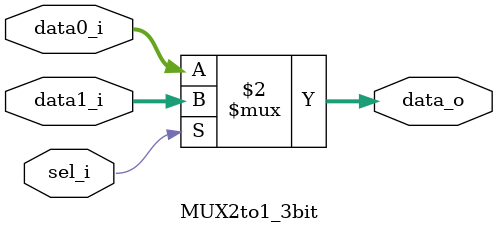
<source format=v>
module MUX2to1_3bit(data0_i, data1_i, data_o, sel_i);
	input [2:0] data0_i, data1_i;
	input sel_i;
	output [2:0] data_o;
	
	wire [2:0] data0_i, data1_i, data_o;
	wire sel_i;
	
	assign data_o = (sel_i == 1'b0) ? data0_i : data1_i;
endmodule
</source>
